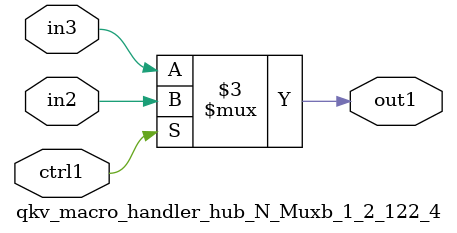
<source format=v>

`timescale 1ps / 1ps


module qkv_macro_handler_hub_N_Muxb_1_2_122_4( in3, in2, ctrl1, out1 );

    input in3;
    input in2;
    input ctrl1;
    output out1;
    reg out1;

    
    // rtl_process:qkv_macro_handler_hub_N_Muxb_1_2_122_4/qkv_macro_handler_hub_N_Muxb_1_2_122_4_thread_1
    always @*
      begin : qkv_macro_handler_hub_N_Muxb_1_2_122_4_thread_1
        case (ctrl1) 
          1'b1: 
            begin
              out1 = in2;
            end
          default: 
            begin
              out1 = in3;
            end
        endcase
      end

endmodule



</source>
